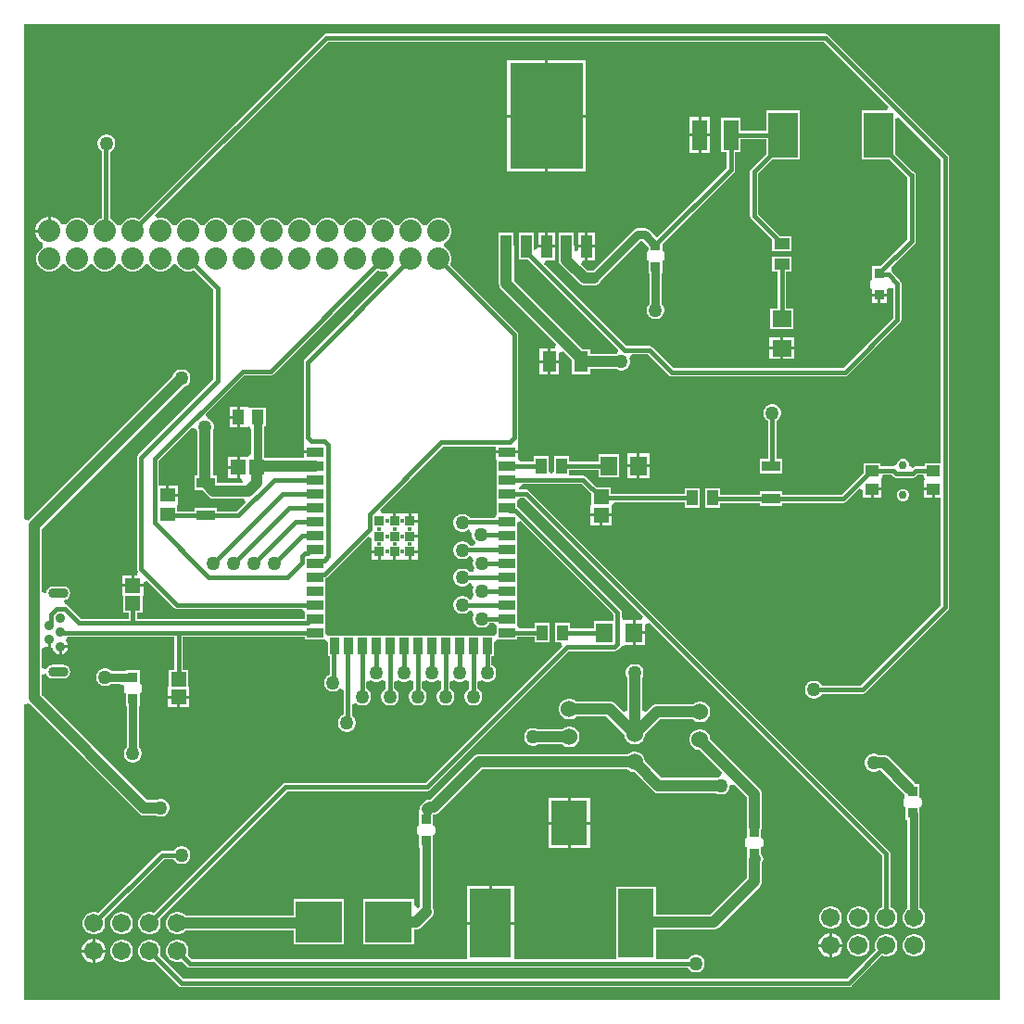
<source format=gtl>
G04*
G04 #@! TF.GenerationSoftware,Altium Limited,Altium Designer,25.3.3 (18)*
G04*
G04 Layer_Physical_Order=1*
G04 Layer_Color=255*
%FSLAX44Y44*%
%MOMM*%
G71*
G04*
G04 #@! TF.SameCoordinates,CF0063C5-59CE-4EC0-ACCE-DCAF0012FED6*
G04*
G04*
G04 #@! TF.FilePolarity,Positive*
G04*
G01*
G75*
%ADD17R,1.0668X1.3462*%
%ADD18R,4.2418X3.8100*%
%ADD19R,0.8890X0.9525*%
%ADD20R,3.3000X4.0600*%
%ADD21R,3.3000X6.3500*%
%ADD22R,3.8100X6.3500*%
%ADD23R,1.4500X1.3500*%
%ADD24R,1.7300X0.9700*%
%ADD25R,1.4500X1.1500*%
%ADD26R,1.3700X2.8100*%
%ADD27R,1.2900X1.9100*%
%ADD28R,2.7000X4.1000*%
%ADD29R,1.3500X1.4500*%
%ADD30R,0.9000X0.9000*%
%ADD31R,1.5000X0.9000*%
%ADD32R,0.9000X1.5000*%
%ADD33R,1.0000X1.4200*%
%ADD34R,1.0000X2.0500*%
%ADD35R,6.7000X9.7000*%
%ADD36R,1.4200X1.0000*%
%ADD37R,1.7500X1.5000*%
%ADD38R,1.5000X1.7500*%
%ADD39R,1.2000X1.0000*%
%ADD61C,1.7018*%
%ADD67C,0.7620*%
%ADD68C,1.0160*%
%ADD69C,0.3810*%
%ADD70C,1.5240*%
%ADD71C,2.0320*%
%ADD72C,0.4000*%
%ADD73C,0.9000*%
%ADD74O,1.8500X0.9000*%
%ADD75C,0.7500*%
%ADD76C,1.2700*%
G36*
X323052Y665786D02*
X326088Y664972D01*
X329232D01*
X330859Y665408D01*
X332832Y661992D01*
X256090Y585250D01*
X255276Y584032D01*
X254990Y582595D01*
Y513439D01*
X255276Y512002D01*
X255791Y511230D01*
X255650Y507420D01*
X255650D01*
Y501650D01*
X265690D01*
Y499110D01*
X255650D01*
Y494597D01*
X220618D01*
Y495438D01*
X218930D01*
Y523621D01*
X220345D01*
Y540639D01*
X206121D01*
X206121Y540639D01*
X203581Y541401D01*
X203581Y541401D01*
X202627Y541401D01*
X196977D01*
Y532130D01*
Y522859D01*
X203581D01*
Y522859D01*
X205778Y523518D01*
X207535Y520374D01*
Y498910D01*
X204880Y496200D01*
X196860D01*
Y486410D01*
Y476620D01*
X197678D01*
X199715Y472810D01*
X198998Y471737D01*
X175968D01*
Y478628D01*
X172017D01*
Y518965D01*
X172674Y520103D01*
X173228Y522170D01*
Y524310D01*
X172674Y526377D01*
X171604Y528231D01*
X170091Y529744D01*
X168237Y530814D01*
X167153Y531105D01*
X165961Y533773D01*
X165839Y535178D01*
X200725Y570065D01*
X224570D01*
X226007Y570351D01*
X227225Y571165D01*
X322287Y666227D01*
X323052Y665786D01*
D02*
G37*
G36*
X891540Y0D02*
X0D01*
Y269652D01*
X3810Y270945D01*
X3999Y270699D01*
X104329Y170369D01*
X105761Y169270D01*
X107430Y168578D01*
X109220Y168343D01*
X120185D01*
X121323Y167686D01*
X123390Y167132D01*
X125530D01*
X127597Y167686D01*
X129451Y168756D01*
X130964Y170269D01*
X132034Y172123D01*
X132588Y174190D01*
Y176330D01*
X132034Y178397D01*
X130964Y180251D01*
X129451Y181764D01*
X127597Y182834D01*
X125530Y183388D01*
X123390D01*
X121323Y182834D01*
X120185Y182177D01*
X112085D01*
X15807Y278455D01*
Y296639D01*
X19617Y297797D01*
X19996Y297230D01*
X20125Y297038D01*
X20313Y296756D01*
X21384Y295154D01*
X23461Y293766D01*
X25910Y293279D01*
X35410D01*
X37860Y293766D01*
X39936Y295154D01*
X41324Y297230D01*
X41811Y299680D01*
X41324Y302129D01*
X39936Y304206D01*
X37860Y305594D01*
X35410Y306081D01*
X25910D01*
X23461Y305594D01*
X21384Y304206D01*
X20313Y302604D01*
X19996Y302130D01*
X19617Y301563D01*
X15807Y302721D01*
Y320639D01*
X16591Y321402D01*
X19617Y322673D01*
X20143Y322370D01*
X21590Y321982D01*
Y328930D01*
X24130D01*
Y321825D01*
X25813Y321505D01*
X26300Y319713D01*
X27227Y318107D01*
X28537Y316797D01*
X30143Y315870D01*
X31590Y315482D01*
Y322430D01*
X32860D01*
Y323700D01*
X39808D01*
X39420Y325147D01*
X38493Y326753D01*
X38266Y326980D01*
X37498Y328278D01*
X39189Y331600D01*
X137215D01*
Y301258D01*
X131942D01*
Y285520D01*
X131180D01*
Y277500D01*
X150760D01*
Y285520D01*
X149998D01*
Y301258D01*
X144725D01*
Y331600D01*
X256412D01*
Y329002D01*
X273252D01*
X274968Y329002D01*
X277062Y326059D01*
Y313502D01*
X278885D01*
Y297156D01*
X278803Y297134D01*
X276949Y296064D01*
X275436Y294551D01*
X274366Y292697D01*
X273812Y290630D01*
Y288490D01*
X274366Y286423D01*
X275436Y284569D01*
X276949Y283056D01*
X278803Y281986D01*
X280870Y281432D01*
X283010D01*
X285077Y281986D01*
X286931Y283056D01*
X287775Y283900D01*
X290549Y283211D01*
X291585Y282542D01*
Y260326D01*
X291503Y260304D01*
X289649Y259234D01*
X288136Y257721D01*
X287066Y255867D01*
X286512Y253800D01*
Y251660D01*
X287066Y249593D01*
X288136Y247739D01*
X289649Y246226D01*
X291503Y245156D01*
X293570Y244602D01*
X295710D01*
X297777Y245156D01*
X299631Y246226D01*
X301144Y247739D01*
X302214Y249593D01*
X302768Y251660D01*
Y253800D01*
X302214Y255867D01*
X301144Y257721D01*
X299631Y259234D01*
X299095Y259543D01*
Y269743D01*
X299576Y270083D01*
X302905Y271070D01*
X303619Y270356D01*
X305473Y269286D01*
X307540Y268732D01*
X309680D01*
X311747Y269286D01*
X313601Y270356D01*
X315114Y271869D01*
X316184Y273723D01*
X316738Y275790D01*
Y277930D01*
X316184Y279997D01*
X315114Y281851D01*
X313601Y283364D01*
X312430Y284040D01*
Y290447D01*
X316240Y292025D01*
X316319Y291946D01*
X318173Y290876D01*
X320240Y290322D01*
X322380D01*
X324447Y290876D01*
X326301Y291946D01*
X326510Y292155D01*
X330320Y290577D01*
Y284115D01*
X329019Y283364D01*
X327506Y281851D01*
X326436Y279997D01*
X325882Y277930D01*
Y275790D01*
X326436Y273723D01*
X327506Y271869D01*
X329019Y270356D01*
X330873Y269286D01*
X332940Y268732D01*
X335080D01*
X337147Y269286D01*
X339001Y270356D01*
X340514Y271869D01*
X341584Y273723D01*
X342138Y275790D01*
Y277930D01*
X341584Y279997D01*
X340514Y281851D01*
X339001Y283364D01*
X337830Y284040D01*
Y290447D01*
X341640Y292025D01*
X341719Y291946D01*
X343573Y290876D01*
X345640Y290322D01*
X347780D01*
X349847Y290876D01*
X351701Y291946D01*
X351910Y292155D01*
X355720Y290577D01*
Y284115D01*
X354419Y283364D01*
X352906Y281851D01*
X351836Y279997D01*
X351282Y277930D01*
Y275790D01*
X351836Y273723D01*
X352906Y271869D01*
X354419Y270356D01*
X356273Y269286D01*
X358340Y268732D01*
X360480D01*
X362547Y269286D01*
X364401Y270356D01*
X365914Y271869D01*
X366984Y273723D01*
X367538Y275790D01*
Y277930D01*
X366984Y279997D01*
X365914Y281851D01*
X364401Y283364D01*
X363230Y284040D01*
Y290447D01*
X367040Y292025D01*
X367119Y291946D01*
X368973Y290876D01*
X371040Y290322D01*
X373180D01*
X375247Y290876D01*
X377101Y291946D01*
X377310Y292155D01*
X381120Y290577D01*
Y284115D01*
X379819Y283364D01*
X378306Y281851D01*
X377236Y279997D01*
X376682Y277930D01*
Y275790D01*
X377236Y273723D01*
X378306Y271869D01*
X379819Y270356D01*
X381673Y269286D01*
X383740Y268732D01*
X385880D01*
X387947Y269286D01*
X389801Y270356D01*
X391314Y271869D01*
X392384Y273723D01*
X392938Y275790D01*
Y277930D01*
X392384Y279997D01*
X391314Y281851D01*
X389801Y283364D01*
X388630Y284040D01*
Y290447D01*
X392440Y292025D01*
X392519Y291946D01*
X394373Y290876D01*
X396440Y290322D01*
X398580D01*
X400647Y290876D01*
X402501Y291946D01*
X402710Y292155D01*
X406520Y290577D01*
Y284115D01*
X405219Y283364D01*
X403706Y281851D01*
X402636Y279997D01*
X402082Y277930D01*
Y275790D01*
X402636Y273723D01*
X403706Y271869D01*
X405219Y270356D01*
X407073Y269286D01*
X409140Y268732D01*
X411280D01*
X413347Y269286D01*
X415201Y270356D01*
X416714Y271869D01*
X417784Y273723D01*
X418338Y275790D01*
Y277930D01*
X417784Y279997D01*
X416714Y281851D01*
X415201Y283364D01*
X414030Y284040D01*
Y290447D01*
X417840Y292025D01*
X417919Y291946D01*
X419773Y290876D01*
X421840Y290322D01*
X423980D01*
X426047Y290876D01*
X427901Y291946D01*
X429414Y293459D01*
X430484Y295313D01*
X431038Y297380D01*
Y299520D01*
X430484Y301587D01*
X429414Y303441D01*
X427901Y304954D01*
X426730Y305630D01*
Y313502D01*
X429318D01*
Y326059D01*
X431412Y329002D01*
X433128Y329002D01*
X449968D01*
Y331525D01*
X466472D01*
Y326402D01*
X480028D01*
Y344158D01*
X466472D01*
Y339035D01*
X452673D01*
X449968Y341702D01*
X449968Y345368D01*
X449968Y354258D01*
X449968Y358068D01*
X449968Y366958D01*
X449968Y370768D01*
X449968Y379658D01*
X449968Y383468D01*
X449968Y392358D01*
X449968Y396168D01*
X449968Y405058D01*
X449968Y408868D01*
X449968Y417758D01*
X449968Y421568D01*
Y430458D01*
X449968D01*
Y430602D01*
X449968D01*
Y435600D01*
X453488Y437058D01*
X538250Y352296D01*
Y345808D01*
X520782D01*
Y339035D01*
X498728D01*
Y344158D01*
X485172D01*
Y326402D01*
X489693D01*
X491271Y322592D01*
X366745Y198065D01*
X238760D01*
X237323Y197779D01*
X236105Y196965D01*
X118464Y79324D01*
X118271Y79436D01*
X115654Y80137D01*
X112946D01*
X110329Y79436D01*
X107984Y78082D01*
X106068Y76166D01*
X104714Y73821D01*
X104013Y71204D01*
Y68496D01*
X104714Y65879D01*
X106068Y63534D01*
X107984Y61618D01*
X110329Y60264D01*
X112946Y59563D01*
X115654D01*
X118271Y60264D01*
X120616Y61618D01*
X122532Y63534D01*
X123886Y65879D01*
X124587Y68496D01*
Y71204D01*
X123886Y73821D01*
X123774Y74014D01*
X240315Y190555D01*
X368300D01*
X369737Y190841D01*
X370955Y191655D01*
X497630Y318330D01*
X539401D01*
X540838Y318616D01*
X542057Y319430D01*
X544208Y321581D01*
X544978Y322240D01*
X546986Y323550D01*
X549210Y323990D01*
X555790D01*
Y335280D01*
Y346570D01*
X549570D01*
X547020Y346570D01*
X545760Y349858D01*
Y353851D01*
X545474Y355288D01*
X544660Y356507D01*
X451526Y449640D01*
X450308Y450454D01*
X449968Y450522D01*
X449968Y455858D01*
X452673Y458525D01*
X456915D01*
X565059Y350380D01*
X563481Y346570D01*
X558330D01*
Y336550D01*
X567100D01*
Y342951D01*
X570910Y344529D01*
X783645Y131795D01*
Y84574D01*
X783429Y84516D01*
X781084Y83162D01*
X779168Y81246D01*
X777814Y78901D01*
X777113Y76284D01*
Y73576D01*
X777814Y70959D01*
X779168Y68614D01*
X781084Y66698D01*
X783429Y65344D01*
X786046Y64643D01*
X788754D01*
X791371Y65344D01*
X793716Y66698D01*
X795632Y68614D01*
X796986Y70959D01*
X797687Y73576D01*
Y76284D01*
X796986Y78901D01*
X795632Y81246D01*
X793716Y83162D01*
X791371Y84516D01*
X791155Y84574D01*
Y133350D01*
X790869Y134787D01*
X790055Y136005D01*
X461125Y464935D01*
X459907Y465749D01*
X458470Y466035D01*
X452836D01*
X451974Y466976D01*
Y467772D01*
X455394Y471225D01*
X509115D01*
X518022Y462317D01*
Y451890D01*
X517260D01*
Y443870D01*
X527050D01*
X536840D01*
Y451890D01*
X539218Y454715D01*
X603632D01*
Y449592D01*
X617188D01*
Y467348D01*
X603632D01*
Y462225D01*
X536078D01*
Y467628D01*
X523333D01*
X513325Y477635D01*
X512107Y478449D01*
X510670Y478735D01*
X501240D01*
X497458Y478802D01*
X497458Y483925D01*
X524592D01*
Y477152D01*
X543148D01*
Y498208D01*
X524592D01*
Y491435D01*
X497458D01*
Y496558D01*
X483902D01*
Y482174D01*
X481330Y480562D01*
X478758Y482174D01*
Y496558D01*
X465202D01*
Y491435D01*
X453751D01*
X450730Y493340D01*
Y499110D01*
X430650D01*
Y493340D01*
X431412D01*
Y485068D01*
X431412Y481402D01*
X431412Y477592D01*
X431412Y468702D01*
X431412Y464892D01*
X431412Y456002D01*
X431412Y452192D01*
Y443302D01*
X431412Y443302D01*
X430185Y440000D01*
X406906D01*
X406567Y440588D01*
X405054Y442101D01*
X403200Y443171D01*
X401133Y443725D01*
X398993D01*
X396926Y443171D01*
X395073Y442101D01*
X393559Y440588D01*
X392489Y438734D01*
X391935Y436667D01*
Y434527D01*
X392489Y432459D01*
X393559Y430606D01*
X395073Y429093D01*
X396926Y428023D01*
X398993Y427469D01*
X401133D01*
X403200Y428023D01*
X405054Y429093D01*
X405500Y429539D01*
X406234Y429480D01*
X406359Y429422D01*
X409027Y425872D01*
Y423732D01*
X409581Y421665D01*
X410651Y419811D01*
X411841Y418622D01*
X411671Y417210D01*
X410583Y414812D01*
X407023D01*
X406554Y415624D01*
X405041Y417137D01*
X403187Y418207D01*
X401120Y418761D01*
X398980D01*
X396913Y418207D01*
X395059Y417137D01*
X393546Y415624D01*
X392476Y413771D01*
X391922Y411703D01*
Y409563D01*
X392476Y407496D01*
X393546Y405643D01*
X395059Y404129D01*
X396913Y403059D01*
X398980Y402505D01*
X401120D01*
X403187Y403059D01*
X405041Y404129D01*
X406215Y405303D01*
X407912Y405433D01*
X408187Y405195D01*
X409698Y402802D01*
X410095Y401316D01*
X409702Y399850D01*
Y397710D01*
X410256Y395643D01*
X411036Y394291D01*
X410173Y392130D01*
X409159Y390669D01*
X406584Y390596D01*
X406554Y390647D01*
X405041Y392161D01*
X403187Y393231D01*
X401120Y393785D01*
X398980D01*
X396913Y393231D01*
X395059Y392161D01*
X393546Y390647D01*
X392476Y388794D01*
X391922Y386727D01*
Y384587D01*
X392476Y382519D01*
X393546Y380666D01*
X395059Y379153D01*
X396913Y378083D01*
X398980Y377529D01*
X401120D01*
X403187Y378083D01*
X405041Y379153D01*
X406277Y380388D01*
X407805Y380472D01*
X408202Y380410D01*
X410214Y376597D01*
X410204Y376323D01*
X409702Y374450D01*
Y372310D01*
X410256Y370243D01*
X410500Y369820D01*
X408882Y366198D01*
X408548Y365898D01*
X406554Y365671D01*
X405041Y367184D01*
X403187Y368254D01*
X401120Y368808D01*
X398980D01*
X396913Y368254D01*
X395059Y367184D01*
X393546Y365671D01*
X392476Y363817D01*
X391922Y361750D01*
Y359610D01*
X392476Y357543D01*
X393546Y355689D01*
X395059Y354176D01*
X396913Y353106D01*
X398980Y352552D01*
X401120D01*
X403187Y353106D01*
X405041Y354176D01*
X406554Y355689D01*
X408548Y355462D01*
X408882Y355162D01*
X410500Y351540D01*
X410256Y351117D01*
X409702Y349050D01*
Y346910D01*
X410256Y344843D01*
X411326Y342989D01*
X412839Y341476D01*
X414693Y340406D01*
X416760Y339852D01*
X418900D01*
X420967Y340406D01*
X422821Y341476D01*
X424334Y342989D01*
X425047Y344225D01*
X428707D01*
X431412Y341558D01*
X431412Y337892D01*
Y335001D01*
X429318Y332058D01*
X427602Y332058D01*
X416762Y332058D01*
X412952Y332058D01*
X404062Y332058D01*
X400252Y332058D01*
X391362Y332058D01*
X387552Y332058D01*
X378662Y332058D01*
X374852Y332058D01*
X365962Y332058D01*
X362152Y332058D01*
X353262Y332058D01*
X349452Y332058D01*
X340562Y332058D01*
X336752Y332058D01*
X327862Y332058D01*
X324052Y332058D01*
X315162Y332058D01*
X311352Y332058D01*
X302462Y332058D01*
X298652Y332058D01*
X289762Y332058D01*
X285952Y332058D01*
X277062Y332058D01*
X274968Y335001D01*
Y341558D01*
X274968Y341558D01*
Y341702D01*
X274968D01*
X274968Y345368D01*
Y354258D01*
X274968D01*
Y354402D01*
X274968D01*
Y363292D01*
X274968Y366958D01*
X274968Y370768D01*
X274968Y379658D01*
X274968Y385138D01*
X275308Y385206D01*
X276527Y386020D01*
X313630Y423123D01*
X317150Y421665D01*
Y416140D01*
Y410450D01*
X324190D01*
Y409180D01*
X325460D01*
Y402140D01*
X336920D01*
Y409180D01*
X339460D01*
Y402140D01*
X350920D01*
Y409180D01*
X352190D01*
Y410450D01*
X359230D01*
Y416140D01*
Y421910D01*
X352190D01*
Y424450D01*
X359230D01*
Y430140D01*
Y435910D01*
X352190D01*
Y437180D01*
X350920D01*
Y444220D01*
X339460D01*
Y437180D01*
X336920D01*
Y444220D01*
X326232D01*
X324774Y447740D01*
X382604Y505570D01*
X430650D01*
Y501650D01*
X450730D01*
Y507420D01*
X450730Y507420D01*
X450589Y511230D01*
X451104Y512002D01*
X451390Y513439D01*
Y607735D01*
X451104Y609172D01*
X450290Y610390D01*
X389143Y671537D01*
X389585Y672302D01*
X390398Y675338D01*
Y678482D01*
X389585Y681518D01*
X388013Y684240D01*
X385790Y686463D01*
X384006Y687493D01*
X383631Y688970D01*
Y690250D01*
X384006Y691727D01*
X385790Y692757D01*
X388013Y694980D01*
X389585Y697702D01*
X390398Y700738D01*
Y703882D01*
X389585Y706918D01*
X388013Y709640D01*
X385790Y711863D01*
X383068Y713435D01*
X380032Y714248D01*
X376888D01*
X373852Y713435D01*
X371130Y711863D01*
X368907Y709640D01*
X367877Y707856D01*
X366400Y707481D01*
X365120D01*
X363643Y707856D01*
X362613Y709640D01*
X360390Y711863D01*
X357668Y713435D01*
X354632Y714248D01*
X351488D01*
X348452Y713435D01*
X345730Y711863D01*
X343507Y709640D01*
X342477Y707856D01*
X341000Y707481D01*
X339720D01*
X338243Y707856D01*
X337213Y709640D01*
X334990Y711863D01*
X332268Y713435D01*
X329232Y714248D01*
X326088D01*
X323052Y713435D01*
X320330Y711863D01*
X318107Y709640D01*
X317077Y707856D01*
X315600Y707481D01*
X314320D01*
X312843Y707856D01*
X311813Y709640D01*
X309590Y711863D01*
X306868Y713435D01*
X303832Y714248D01*
X300688D01*
X297652Y713435D01*
X294930Y711863D01*
X292707Y709640D01*
X291677Y707856D01*
X290200Y707481D01*
X288920D01*
X287443Y707856D01*
X286413Y709640D01*
X284190Y711863D01*
X281468Y713435D01*
X278432Y714248D01*
X275288D01*
X272252Y713435D01*
X269530Y711863D01*
X267307Y709640D01*
X266277Y707856D01*
X264800Y707481D01*
X263520D01*
X262043Y707856D01*
X261013Y709640D01*
X258790Y711863D01*
X256068Y713435D01*
X253032Y714248D01*
X249888D01*
X246852Y713435D01*
X244130Y711863D01*
X241907Y709640D01*
X240877Y707856D01*
X239400Y707481D01*
X238120D01*
X236643Y707856D01*
X235613Y709640D01*
X233390Y711863D01*
X230668Y713435D01*
X227632Y714248D01*
X224488D01*
X221452Y713435D01*
X218730Y711863D01*
X216507Y709640D01*
X215477Y707856D01*
X214000Y707481D01*
X212720D01*
X211243Y707856D01*
X210213Y709640D01*
X207990Y711863D01*
X205268Y713435D01*
X202232Y714248D01*
X199088D01*
X196052Y713435D01*
X193330Y711863D01*
X191107Y709640D01*
X190077Y707856D01*
X188600Y707481D01*
X187320D01*
X185843Y707856D01*
X184813Y709640D01*
X182590Y711863D01*
X179868Y713435D01*
X176832Y714248D01*
X173688D01*
X170652Y713435D01*
X167930Y711863D01*
X165707Y709640D01*
X164677Y707856D01*
X163200Y707481D01*
X161920D01*
X160443Y707856D01*
X159413Y709640D01*
X157190Y711863D01*
X154468Y713435D01*
X151432Y714248D01*
X148288D01*
X145252Y713435D01*
X142530Y711863D01*
X140307Y709640D01*
X139277Y707856D01*
X137800Y707481D01*
X136520D01*
X135043Y707856D01*
X134013Y709640D01*
X131790Y711863D01*
X129068Y713435D01*
X126032Y714248D01*
X122888D01*
X121261Y713812D01*
X119288Y717228D01*
X277145Y875085D01*
X730181D01*
X789528Y815738D01*
X788070Y812218D01*
X765072D01*
Y767662D01*
X790317D01*
X806813Y751166D01*
Y694712D01*
X781962Y669862D01*
X774827D01*
Y657958D01*
X774573D01*
X773879Y657820D01*
X773291Y657427D01*
X772898Y656839D01*
X772760Y656145D01*
Y651066D01*
X772898Y650372D01*
X773291Y649784D01*
X773879Y649391D01*
X774065Y649354D01*
Y645160D01*
X781050D01*
X788035D01*
Y648824D01*
X789165Y649825D01*
X791978Y650153D01*
X793027Y650071D01*
X793805Y649551D01*
Y622585D01*
X747971Y576752D01*
X593149D01*
X573782Y596119D01*
X572564Y596932D01*
X571127Y597218D01*
X549882D01*
X475071Y672030D01*
X476529Y675550D01*
X484540D01*
Y687070D01*
X477000D01*
X469460D01*
Y687015D01*
X465650Y684978D01*
X465478Y685093D01*
Y700368D01*
X451922D01*
Y676312D01*
X460167D01*
X542264Y594216D01*
X542215Y592431D01*
X541581Y590227D01*
X541244Y589847D01*
X516858D01*
Y594258D01*
X510184D01*
X447317Y657125D01*
Y688340D01*
X447178Y689397D01*
Y700368D01*
X433622D01*
Y689397D01*
X433483Y688340D01*
Y654260D01*
X433718Y652470D01*
X434409Y650801D01*
X435509Y649369D01*
X486048Y598830D01*
X484469Y595020D01*
X480700D01*
Y584200D01*
X488420D01*
Y591069D01*
X492230Y592648D01*
X500402Y584476D01*
Y571602D01*
X516858D01*
Y576013D01*
X540565D01*
X542156Y575094D01*
X544223Y574540D01*
X546363D01*
X548431Y575094D01*
X550284Y576164D01*
X551797Y577677D01*
X552868Y579531D01*
X553421Y581598D01*
Y583738D01*
X552868Y585806D01*
X552814Y585898D01*
X554909Y589708D01*
X569571D01*
X588938Y570341D01*
X590157Y569527D01*
X591594Y569241D01*
X749527D01*
X750964Y569527D01*
X752182Y570341D01*
X800215Y618375D01*
X801029Y619593D01*
X801315Y621030D01*
Y654304D01*
X801029Y655741D01*
X800215Y656959D01*
X792642Y664532D01*
X792027Y666680D01*
X792032Y669240D01*
X792073Y669351D01*
X813223Y690501D01*
X814037Y691720D01*
X814323Y693157D01*
Y753110D01*
X814037Y754547D01*
X813223Y755765D01*
X812054Y756547D01*
X795628Y772973D01*
Y804660D01*
X799148Y806118D01*
X837330Y767936D01*
Y490038D01*
X822862D01*
Y487015D01*
X814368D01*
X812931Y486729D01*
X811712Y485915D01*
X811645Y485847D01*
X809079Y487001D01*
X808168Y487759D01*
Y489610D01*
X807326Y491641D01*
X805771Y493196D01*
X803740Y494038D01*
X801540D01*
X799509Y493196D01*
X797954Y491641D01*
X797216Y489860D01*
X796929Y489446D01*
X793609Y487017D01*
X793592Y487015D01*
X782418D01*
Y490038D01*
X766862D01*
Y481793D01*
X746465Y461395D01*
X692418D01*
Y464268D01*
X671562D01*
Y461395D01*
X635888D01*
Y467348D01*
X622332D01*
Y449592D01*
X635888D01*
Y453885D01*
X671562D01*
Y451012D01*
X692418D01*
Y453885D01*
X748020D01*
X749457Y454171D01*
X750675Y454985D01*
X762580Y466889D01*
X766100Y465431D01*
Y458720D01*
X773370D01*
Y466260D01*
X774640D01*
Y467530D01*
X783180D01*
Y473800D01*
X783180Y473800D01*
X783180Y473800D01*
X782728Y475871D01*
X784515Y479505D01*
X792051D01*
X793896Y477660D01*
X795114Y476846D01*
X796551Y476560D01*
X811423D01*
X812860Y476846D01*
X814078Y477660D01*
X815923Y479505D01*
X820765D01*
X822638Y475695D01*
X822100Y473800D01*
X822100D01*
X822100Y472988D01*
Y467530D01*
X830640D01*
Y466260D01*
X831910D01*
Y458720D01*
X837330D01*
Y360041D01*
X764255Y286965D01*
X728577D01*
X727864Y288201D01*
X726351Y289714D01*
X724497Y290784D01*
X722430Y291338D01*
X720290D01*
X718223Y290784D01*
X716369Y289714D01*
X714856Y288201D01*
X713786Y286347D01*
X713232Y284280D01*
Y282140D01*
X713786Y280073D01*
X714856Y278219D01*
X716369Y276706D01*
X718223Y275636D01*
X720290Y275082D01*
X722430D01*
X724497Y275636D01*
X726351Y276706D01*
X727864Y278219D01*
X728577Y279455D01*
X765810D01*
X767247Y279741D01*
X768465Y280555D01*
X843740Y355830D01*
X844554Y357048D01*
X844840Y358485D01*
Y769491D01*
X844554Y770928D01*
X843740Y772147D01*
X734391Y881495D01*
X733173Y882309D01*
X731736Y882595D01*
X275590D01*
X274153Y882309D01*
X272935Y881495D01*
X104432Y712993D01*
X103668Y713435D01*
X100632Y714248D01*
X97488D01*
X94452Y713435D01*
X91730Y711863D01*
X89507Y709640D01*
X88477Y707856D01*
X87000Y707481D01*
X85720D01*
X84243Y707856D01*
X83213Y709640D01*
X80990Y711863D01*
X78268Y713435D01*
X78050Y713493D01*
Y774741D01*
X78067Y774746D01*
X79921Y775816D01*
X81434Y777329D01*
X82504Y779183D01*
X83058Y781250D01*
Y783390D01*
X82504Y785457D01*
X81434Y787311D01*
X79921Y788824D01*
X78067Y789894D01*
X76000Y790448D01*
X73860D01*
X71793Y789894D01*
X69939Y788824D01*
X68426Y787311D01*
X67356Y785457D01*
X66802Y783390D01*
Y781250D01*
X67356Y779183D01*
X68426Y777329D01*
X69939Y775816D01*
X70540Y775469D01*
Y713833D01*
X69052Y713435D01*
X66330Y711863D01*
X64107Y709640D01*
X63077Y707856D01*
X61600Y707481D01*
X60320D01*
X58843Y707856D01*
X57813Y709640D01*
X55590Y711863D01*
X52868Y713435D01*
X49832Y714248D01*
X46688D01*
X43652Y713435D01*
X40930Y711863D01*
X38707Y709640D01*
X38089Y708570D01*
X38014Y708540D01*
X33823Y708722D01*
X33022Y710108D01*
X30658Y712473D01*
X27762Y714145D01*
X24532Y715010D01*
X24130D01*
Y702310D01*
X22860D01*
Y701040D01*
X10160D01*
Y700638D01*
X11026Y697408D01*
X12697Y694512D01*
X15062Y692148D01*
X16448Y691347D01*
X16630Y687157D01*
X16600Y687081D01*
X15530Y686463D01*
X13307Y684240D01*
X11736Y681518D01*
X10922Y678482D01*
Y675338D01*
X11736Y672302D01*
X13307Y669580D01*
X15530Y667357D01*
X18252Y665786D01*
X21288Y664972D01*
X24432D01*
X27468Y665786D01*
X30190Y667357D01*
X32413Y669580D01*
X33443Y671364D01*
X34920Y671739D01*
X36200D01*
X37677Y671364D01*
X38707Y669580D01*
X40930Y667357D01*
X43652Y665786D01*
X46688Y664972D01*
X49832D01*
X52868Y665786D01*
X55590Y667357D01*
X57813Y669580D01*
X58843Y671364D01*
X60320Y671739D01*
X61600D01*
X63077Y671364D01*
X64107Y669580D01*
X66330Y667357D01*
X69052Y665786D01*
X72088Y664972D01*
X75232D01*
X78268Y665786D01*
X80990Y667357D01*
X83213Y669580D01*
X84243Y671364D01*
X85720Y671739D01*
X87000D01*
X88477Y671364D01*
X89507Y669580D01*
X91730Y667357D01*
X94452Y665786D01*
X97488Y664972D01*
X100632D01*
X103668Y665786D01*
X106390Y667357D01*
X108613Y669580D01*
X109643Y671364D01*
X111120Y671739D01*
X112400D01*
X113877Y671364D01*
X114907Y669580D01*
X117130Y667357D01*
X119852Y665786D01*
X122888Y664972D01*
X126032D01*
X129068Y665786D01*
X131790Y667357D01*
X134013Y669580D01*
X135043Y671364D01*
X136520Y671739D01*
X137800D01*
X139277Y671364D01*
X140307Y669580D01*
X142530Y667357D01*
X145252Y665786D01*
X148288Y664972D01*
X151432D01*
X154468Y665786D01*
X155232Y666227D01*
X172775Y648685D01*
Y566705D01*
X104025Y497955D01*
X103211Y496737D01*
X102925Y495300D01*
Y393700D01*
X103211Y392263D01*
X103687Y391550D01*
X102635Y387740D01*
X100330D01*
Y379720D01*
X108850D01*
Y381241D01*
X112370Y382699D01*
X137045Y358025D01*
X138263Y357211D01*
X139700Y356925D01*
X253707D01*
X256412Y354258D01*
Y347980D01*
X102815D01*
Y353422D01*
X108088D01*
Y369160D01*
X108850D01*
Y377180D01*
X99060D01*
X89270D01*
Y369160D01*
X90032D01*
Y353422D01*
X95305D01*
Y347980D01*
X51271D01*
X39220Y360030D01*
X38002Y360844D01*
X36565Y361130D01*
X36220Y364940D01*
X37860Y365266D01*
X39936Y366654D01*
X41324Y368731D01*
X41811Y371180D01*
X41324Y373630D01*
X39936Y375706D01*
X37860Y377094D01*
X35410Y377581D01*
X25910D01*
X23461Y377094D01*
X21384Y375706D01*
X19996Y373630D01*
X19617Y371724D01*
X15807Y372099D01*
Y430205D01*
X145378Y559776D01*
X146647Y560116D01*
X148501Y561186D01*
X150014Y562699D01*
X151084Y564553D01*
X151638Y566620D01*
Y568760D01*
X151084Y570827D01*
X150014Y572681D01*
X148501Y574194D01*
X146647Y575264D01*
X144580Y575818D01*
X142440D01*
X140373Y575264D01*
X138519Y574194D01*
X137006Y572681D01*
X135936Y570827D01*
X135596Y569558D01*
X3999Y437961D01*
X3810Y437715D01*
X0Y439008D01*
Y891540D01*
X891540D01*
Y0D01*
D02*
G37*
G36*
X154566Y522379D02*
X157235Y521187D01*
X157526Y520103D01*
X158183Y518965D01*
Y478628D01*
X155112D01*
Y465372D01*
X162386D01*
X167829Y459929D01*
X169261Y458829D01*
X170930Y458139D01*
X172720Y457903D01*
X200324D01*
X201903Y454093D01*
X193965Y446155D01*
X175968D01*
Y449028D01*
X155112D01*
Y446155D01*
X139838D01*
Y450648D01*
X139838Y450648D01*
X140600Y452830D01*
X140600D01*
X140600Y454142D01*
Y459850D01*
X130810D01*
Y461120D01*
X129540D01*
Y469410D01*
X122870D01*
Y492210D01*
X153162Y522501D01*
X154566Y522379D01*
D02*
G37*
%LPC*%
G36*
X194437Y541401D02*
X187833D01*
Y533400D01*
X194437D01*
Y541401D01*
D02*
G37*
G36*
Y530860D02*
X187833D01*
Y522859D01*
X194437D01*
Y530860D01*
D02*
G37*
G36*
X194320Y496200D02*
X186300D01*
Y487680D01*
X194320D01*
Y496200D01*
D02*
G37*
G36*
Y485140D02*
X186300D01*
Y476620D01*
X194320D01*
Y485140D01*
D02*
G37*
G36*
X513040Y858380D02*
X478270D01*
Y808610D01*
X513040D01*
Y858380D01*
D02*
G37*
G36*
X475730D02*
X440960D01*
Y808610D01*
X475730D01*
Y858380D01*
D02*
G37*
G36*
X708128Y812218D02*
X677572D01*
Y793695D01*
X654018D01*
Y805768D01*
X636762D01*
Y774112D01*
X641635D01*
Y759848D01*
X577795Y696008D01*
X570843Y702960D01*
X568994Y704195D01*
X566814Y704629D01*
X560501D01*
X558321Y704195D01*
X556473Y702960D01*
X519560Y666047D01*
X514675D01*
X508982Y671740D01*
X510560Y675550D01*
X512330D01*
Y687070D01*
X506060D01*
Y684597D01*
X502250Y682561D01*
X502217Y682583D01*
Y688340D01*
X502078Y689397D01*
Y700368D01*
X488522D01*
Y689397D01*
X488383Y688340D01*
Y675640D01*
X488619Y673850D01*
X489310Y672181D01*
X490409Y670749D01*
X506919Y654239D01*
X508351Y653139D01*
X510020Y652449D01*
X511810Y652213D01*
X520700D01*
X522490Y652449D01*
X524159Y653139D01*
X525591Y654239D01*
X526690Y655671D01*
X527382Y657340D01*
X527444Y657817D01*
X562861Y693234D01*
X564454D01*
X570083Y687605D01*
X570093Y685639D01*
X569815Y683745D01*
X569409Y683665D01*
X568821Y683272D01*
X568428Y682684D01*
X568290Y681990D01*
Y676910D01*
X568428Y676216D01*
X568821Y675628D01*
X569409Y675235D01*
X570103Y675097D01*
X570357D01*
Y663194D01*
X570882D01*
Y635717D01*
X570076Y634911D01*
X569006Y633057D01*
X568452Y630990D01*
Y628850D01*
X569006Y626783D01*
X570076Y624929D01*
X571589Y623416D01*
X573443Y622346D01*
X575510Y621792D01*
X577650D01*
X579717Y622346D01*
X581571Y623416D01*
X583084Y624929D01*
X584154Y626783D01*
X584708Y628850D01*
Y630990D01*
X584154Y633057D01*
X583084Y634911D01*
X582277Y635717D01*
Y663194D01*
X582803D01*
Y675097D01*
X583057D01*
X583751Y675235D01*
X584339Y675628D01*
X584732Y676216D01*
X584870Y676910D01*
Y681990D01*
X584732Y682684D01*
X584339Y683272D01*
X583751Y683665D01*
X583057Y683803D01*
X582803D01*
Y690395D01*
X648045Y755638D01*
X648859Y756856D01*
X649145Y758293D01*
Y774112D01*
X654018D01*
Y786185D01*
X677572D01*
Y772973D01*
X664095Y759495D01*
X663281Y758277D01*
X662995Y756840D01*
Y715930D01*
X663281Y714493D01*
X664095Y713275D01*
X683200Y694170D01*
Y693625D01*
X683272Y693262D01*
Y683752D01*
X701028D01*
Y697308D01*
X690327D01*
X689610Y698380D01*
X670505Y717485D01*
Y755285D01*
X682883Y767662D01*
X708128D01*
Y812218D01*
D02*
G37*
G36*
X626380Y806530D02*
X618260D01*
Y791210D01*
X626380D01*
Y806530D01*
D02*
G37*
G36*
X615720D02*
X607600D01*
Y791210D01*
X615720D01*
Y806530D01*
D02*
G37*
G36*
X626380Y788670D02*
X618260D01*
Y773350D01*
X626380D01*
Y788670D01*
D02*
G37*
G36*
X615720D02*
X607600D01*
Y773350D01*
X615720D01*
Y788670D01*
D02*
G37*
G36*
X513040Y806070D02*
X478270D01*
Y756300D01*
X513040D01*
Y806070D01*
D02*
G37*
G36*
X475730D02*
X440960D01*
Y756300D01*
X475730D01*
Y806070D01*
D02*
G37*
G36*
X21590Y715010D02*
X21188D01*
X17958Y714145D01*
X15062Y712473D01*
X12697Y710108D01*
X11026Y707212D01*
X10160Y703982D01*
Y703580D01*
X21590D01*
Y715010D01*
D02*
G37*
G36*
X484540Y701130D02*
X478270D01*
Y689610D01*
X484540D01*
Y701130D01*
D02*
G37*
G36*
X521140D02*
X514870D01*
Y689610D01*
X521140D01*
Y701130D01*
D02*
G37*
G36*
X512330D02*
X506060D01*
Y689610D01*
X512330D01*
Y701130D01*
D02*
G37*
G36*
X475730D02*
X469460D01*
Y689610D01*
X475730D01*
Y701130D01*
D02*
G37*
G36*
X521140Y687070D02*
X514870D01*
Y675550D01*
X521140D01*
Y687070D01*
D02*
G37*
G36*
X788035Y642620D02*
X782320D01*
Y636587D01*
X788035D01*
Y642620D01*
D02*
G37*
G36*
X779780D02*
X774065D01*
Y636587D01*
X779780D01*
Y642620D01*
D02*
G37*
G36*
X701028Y678608D02*
X683272D01*
Y665052D01*
X688395D01*
Y631578D01*
X681622D01*
Y613022D01*
X702678D01*
Y631578D01*
X695905D01*
Y665052D01*
X701028D01*
Y678608D01*
D02*
G37*
G36*
X703440Y605340D02*
X693420D01*
Y596570D01*
X703440D01*
Y605340D01*
D02*
G37*
G36*
X690880D02*
X680860D01*
Y596570D01*
X690880D01*
Y605340D01*
D02*
G37*
G36*
X703440Y594030D02*
X693420D01*
Y585260D01*
X703440D01*
Y594030D01*
D02*
G37*
G36*
X690880D02*
X680860D01*
Y585260D01*
X690880D01*
Y594030D01*
D02*
G37*
G36*
X478160Y595020D02*
X470440D01*
Y584200D01*
X478160D01*
Y595020D01*
D02*
G37*
G36*
X488420Y581660D02*
X480700D01*
Y570840D01*
X488420D01*
Y581660D01*
D02*
G37*
G36*
X478160D02*
X470440D01*
Y570840D01*
X478160D01*
Y581660D01*
D02*
G37*
G36*
X570910Y498970D02*
X562140D01*
Y488950D01*
X570910D01*
Y498970D01*
D02*
G37*
G36*
X559600D02*
X550830D01*
Y488950D01*
X559600D01*
Y498970D01*
D02*
G37*
G36*
X684330Y544068D02*
X682190D01*
X680123Y543514D01*
X678269Y542444D01*
X676756Y540931D01*
X675686Y539077D01*
X675132Y537010D01*
Y534870D01*
X675686Y532803D01*
X676756Y530949D01*
X678269Y529436D01*
X679505Y528723D01*
Y493868D01*
X671562D01*
Y480612D01*
X692418D01*
Y493868D01*
X687015D01*
Y528723D01*
X688251Y529436D01*
X689764Y530949D01*
X690834Y532803D01*
X691388Y534870D01*
Y537010D01*
X690834Y539077D01*
X689764Y540931D01*
X688251Y542444D01*
X686397Y543514D01*
X684330Y544068D01*
D02*
G37*
G36*
X570910Y486410D02*
X562140D01*
Y476390D01*
X570910D01*
Y486410D01*
D02*
G37*
G36*
X559600D02*
X550830D01*
Y476390D01*
X559600D01*
Y486410D01*
D02*
G37*
G36*
X829370Y464990D02*
X822100D01*
Y458720D01*
X829370D01*
Y464990D01*
D02*
G37*
G36*
X783180D02*
X775910D01*
Y458720D01*
X783180D01*
Y464990D01*
D02*
G37*
G36*
X803740Y466538D02*
X801540D01*
X799509Y465696D01*
X797954Y464141D01*
X797112Y462110D01*
Y459910D01*
X797954Y457879D01*
X799509Y456324D01*
X801540Y455482D01*
X803740D01*
X805771Y456324D01*
X807326Y457879D01*
X808168Y459910D01*
Y462110D01*
X807326Y464141D01*
X805771Y465696D01*
X803740Y466538D01*
D02*
G37*
G36*
X359230Y444220D02*
X353460D01*
Y438450D01*
X359230D01*
Y444220D01*
D02*
G37*
G36*
X536840Y441330D02*
X528320D01*
Y433310D01*
X536840D01*
Y441330D01*
D02*
G37*
G36*
X525780D02*
X517260D01*
Y433310D01*
X525780D01*
Y441330D01*
D02*
G37*
G36*
X359230Y407910D02*
X353460D01*
Y402140D01*
X359230D01*
Y407910D01*
D02*
G37*
G36*
X322920D02*
X317150D01*
Y402140D01*
X322920D01*
Y407910D01*
D02*
G37*
G36*
X97790Y387740D02*
X89270D01*
Y379720D01*
X97790D01*
Y387740D01*
D02*
G37*
G36*
X567100Y334010D02*
X558330D01*
Y323990D01*
X567100D01*
Y334010D01*
D02*
G37*
G36*
X39808Y321160D02*
X34130D01*
Y315482D01*
X35577Y315870D01*
X37183Y316797D01*
X38493Y318107D01*
X39420Y319713D01*
X39808Y321160D01*
D02*
G37*
G36*
X150760Y274960D02*
X142240D01*
Y266940D01*
X150760D01*
Y274960D01*
D02*
G37*
G36*
X139700D02*
X131180D01*
Y266940D01*
X139700D01*
Y274960D01*
D02*
G37*
G36*
X558600Y306578D02*
X556460D01*
X554393Y306024D01*
X552539Y304954D01*
X551026Y303441D01*
X549956Y301587D01*
X549402Y299520D01*
Y297380D01*
X549956Y295313D01*
X550613Y294175D01*
Y264248D01*
X547093Y262789D01*
X539561Y270321D01*
X538129Y271420D01*
X536460Y272111D01*
X534670Y272347D01*
X504214D01*
X503610Y272950D01*
X501468Y274188D01*
X499077Y274828D01*
X496603D01*
X494212Y274188D01*
X492070Y272950D01*
X490320Y271201D01*
X489082Y269058D01*
X488442Y266667D01*
Y264193D01*
X489082Y261803D01*
X490320Y259660D01*
X492070Y257910D01*
X494212Y256672D01*
X496603Y256032D01*
X499077D01*
X501468Y256672D01*
X503610Y257910D01*
X504214Y258513D01*
X531805D01*
X548132Y242186D01*
Y241333D01*
X548773Y238943D01*
X550010Y236800D01*
X551759Y235050D01*
X553903Y233813D01*
X556293Y233172D01*
X558767D01*
X561157Y233813D01*
X563301Y235050D01*
X565050Y236800D01*
X566287Y238943D01*
X566928Y241333D01*
Y242186D01*
X580715Y255973D01*
X610846D01*
X611450Y255370D01*
X613592Y254132D01*
X615983Y253492D01*
X618457D01*
X620848Y254132D01*
X622990Y255370D01*
X624740Y257120D01*
X625978Y259263D01*
X626618Y261653D01*
Y264127D01*
X625978Y266518D01*
X624740Y268661D01*
X622990Y270410D01*
X620848Y271647D01*
X618457Y272288D01*
X615983D01*
X613592Y271647D01*
X611450Y270410D01*
X610846Y269807D01*
X577850D01*
X576060Y269571D01*
X574391Y268881D01*
X572959Y267781D01*
X567967Y262789D01*
X564447Y264248D01*
Y294175D01*
X565104Y295313D01*
X565658Y297380D01*
Y299520D01*
X565104Y301587D01*
X564034Y303441D01*
X562521Y304954D01*
X560667Y306024D01*
X558600Y306578D01*
D02*
G37*
G36*
X499077Y249428D02*
X496603D01*
X494212Y248787D01*
X492070Y247550D01*
X491466Y246947D01*
X469095D01*
X467957Y247604D01*
X465890Y248158D01*
X463750D01*
X461683Y247604D01*
X459829Y246534D01*
X458316Y245021D01*
X457246Y243167D01*
X456692Y241100D01*
Y238960D01*
X457246Y236893D01*
X458316Y235039D01*
X459829Y233526D01*
X461683Y232456D01*
X463750Y231902D01*
X465890D01*
X467957Y232456D01*
X469095Y233113D01*
X491466D01*
X492070Y232510D01*
X494212Y231273D01*
X496603Y230632D01*
X499077D01*
X501468Y231273D01*
X503610Y232510D01*
X505360Y234259D01*
X506598Y236402D01*
X507238Y238793D01*
Y241267D01*
X506598Y243657D01*
X505360Y245800D01*
X503610Y247550D01*
X501468Y248787D01*
X499077Y249428D01*
D02*
G37*
G36*
X74730Y302768D02*
X72590D01*
X70523Y302214D01*
X68669Y301144D01*
X67156Y299631D01*
X66086Y297777D01*
X65532Y295710D01*
Y293570D01*
X66086Y291503D01*
X67156Y289649D01*
X68669Y288136D01*
X70523Y287066D01*
X72590Y286512D01*
X74730D01*
X76797Y287066D01*
X78651Y288136D01*
X79013Y288498D01*
X87199D01*
X90770Y287020D01*
Y281940D01*
X90908Y281246D01*
X91301Y280658D01*
X91889Y280265D01*
X92583Y280127D01*
X92837D01*
Y268224D01*
X93363D01*
Y230587D01*
X92556Y229781D01*
X91486Y227927D01*
X90932Y225860D01*
Y223720D01*
X91486Y221653D01*
X92556Y219799D01*
X94069Y218286D01*
X95923Y217216D01*
X97990Y216662D01*
X100130D01*
X102197Y217216D01*
X104051Y218286D01*
X105564Y219799D01*
X106634Y221653D01*
X107188Y223720D01*
Y225860D01*
X106634Y227927D01*
X105564Y229781D01*
X104757Y230587D01*
Y268224D01*
X105283D01*
Y280127D01*
X105537D01*
X106231Y280265D01*
X106819Y280658D01*
X107212Y281246D01*
X107350Y281940D01*
Y287020D01*
X107212Y287714D01*
X106819Y288302D01*
X106231Y288695D01*
X105537Y288833D01*
X105283D01*
Y300736D01*
X92837D01*
Y299893D01*
X79902D01*
X78651Y301144D01*
X76797Y302214D01*
X74730Y302768D01*
D02*
G37*
G36*
X618457Y246888D02*
X615983D01*
X613592Y246248D01*
X611450Y245010D01*
X609700Y243260D01*
X608462Y241117D01*
X607822Y238727D01*
Y236253D01*
X608462Y233862D01*
X609700Y231719D01*
X611450Y229970D01*
X613592Y228732D01*
X615983Y228092D01*
X616836D01*
X637459Y207469D01*
X635831Y203708D01*
X635200D01*
X633133Y203154D01*
X631995Y202497D01*
X581985D01*
X566928Y217554D01*
Y218407D01*
X566287Y220798D01*
X565050Y222941D01*
X563301Y224690D01*
X561157Y225928D01*
X558767Y226568D01*
X556293D01*
X553903Y225928D01*
X551759Y224690D01*
X551156Y224087D01*
X415417D01*
X413627Y223852D01*
X411958Y223160D01*
X410526Y222061D01*
X371277Y182812D01*
X370205D01*
X368415Y182577D01*
X366746Y181886D01*
X365314Y180786D01*
X363409Y178881D01*
X362309Y177449D01*
X361618Y175780D01*
X361480Y174727D01*
X360807Y171196D01*
X360807D01*
Y159293D01*
X360553D01*
X359859Y159155D01*
X359271Y158762D01*
X358878Y158174D01*
X358740Y157480D01*
Y152400D01*
X358878Y151706D01*
X359271Y151118D01*
X359859Y150725D01*
X360553Y150587D01*
X360807D01*
Y138684D01*
X361333D01*
Y85156D01*
X359664Y83858D01*
X355854Y85722D01*
Y91948D01*
X309880D01*
Y50292D01*
X355854D01*
Y64203D01*
X358140D01*
X359930Y64439D01*
X361599Y65129D01*
X363031Y66229D01*
X371921Y75119D01*
X373021Y76551D01*
X373712Y78220D01*
X373947Y80010D01*
X373712Y81800D01*
X373021Y83469D01*
X372728Y83850D01*
Y138684D01*
X373253D01*
Y150587D01*
X373507D01*
X374201Y150725D01*
X374789Y151118D01*
X375182Y151706D01*
X375320Y152400D01*
Y157480D01*
X375182Y158174D01*
X374789Y158762D01*
X374201Y159155D01*
X373507Y159293D01*
X373253D01*
Y168305D01*
X373348Y168978D01*
X374142D01*
X375932Y169214D01*
X377601Y169904D01*
X379033Y171004D01*
X418282Y210253D01*
X551156D01*
X551759Y209650D01*
X553903Y208412D01*
X556293Y207772D01*
X557146D01*
X574229Y190689D01*
X575661Y189590D01*
X577330Y188899D01*
X579120Y188663D01*
X631995D01*
X633133Y188006D01*
X635200Y187452D01*
X637340D01*
X639407Y188006D01*
X641261Y189076D01*
X642774Y190589D01*
X643844Y192443D01*
X644398Y194510D01*
Y195142D01*
X648159Y196769D01*
X659833Y185095D01*
Y158306D01*
X660069Y156515D01*
X660527Y155408D01*
Y147863D01*
X660273D01*
X659579Y147725D01*
X658991Y147332D01*
X658598Y146744D01*
X658460Y146050D01*
Y140970D01*
X658598Y140276D01*
X658991Y139688D01*
X659579Y139295D01*
X660273Y139157D01*
X660527D01*
Y129504D01*
X660346Y129068D01*
X660111Y127278D01*
Y111093D01*
X626578Y77561D01*
X577078D01*
Y103378D01*
X540522D01*
Y36775D01*
X447490D01*
Y68580D01*
X404310D01*
Y36775D01*
X152685D01*
X149174Y40286D01*
X149286Y40479D01*
X149987Y43096D01*
Y45804D01*
X149286Y48421D01*
X147932Y50766D01*
X146016Y52682D01*
X143671Y54036D01*
X141054Y54737D01*
X138346D01*
X135729Y54036D01*
X133384Y52682D01*
X131468Y50766D01*
X130114Y48421D01*
X129413Y45804D01*
Y43096D01*
X130114Y40479D01*
X131468Y38134D01*
X133384Y36218D01*
X135729Y34864D01*
X138346Y34163D01*
X141054D01*
X143671Y34864D01*
X143864Y34976D01*
X148475Y30365D01*
X149693Y29551D01*
X151130Y29265D01*
X606193D01*
X606906Y28029D01*
X608419Y26516D01*
X610273Y25446D01*
X612340Y24892D01*
X614480D01*
X616547Y25446D01*
X618401Y26516D01*
X619914Y28029D01*
X620984Y29883D01*
X621538Y31950D01*
Y34090D01*
X620984Y36157D01*
X619914Y38011D01*
X618401Y39524D01*
X616547Y40594D01*
X614480Y41148D01*
X612340D01*
X610273Y40594D01*
X608419Y39524D01*
X606906Y38011D01*
X606193Y36775D01*
X577078D01*
Y63726D01*
X629443D01*
X631234Y63962D01*
X632902Y64653D01*
X634335Y65752D01*
X671919Y103337D01*
X673018Y104769D01*
X673709Y106438D01*
X673945Y108228D01*
Y124726D01*
X674010Y124811D01*
X674702Y126480D01*
X674937Y128270D01*
X674702Y130060D01*
X674010Y131729D01*
X672973Y133081D01*
Y139157D01*
X673227D01*
X673921Y139295D01*
X674509Y139688D01*
X674902Y140276D01*
X675040Y140970D01*
Y146050D01*
X674902Y146744D01*
X674509Y147332D01*
X673921Y147725D01*
X673227Y147863D01*
X672973D01*
Y155408D01*
X673431Y156515D01*
X673667Y158306D01*
Y187960D01*
X673431Y189750D01*
X672740Y191419D01*
X671641Y192851D01*
X626618Y237874D01*
Y238727D01*
X625978Y241117D01*
X624740Y243260D01*
X622990Y245010D01*
X620848Y246248D01*
X618457Y246888D01*
D02*
G37*
G36*
X516840Y184090D02*
X499070D01*
Y162520D01*
X516840D01*
Y184090D01*
D02*
G37*
G36*
X496530D02*
X478760D01*
Y162520D01*
X496530D01*
Y184090D01*
D02*
G37*
G36*
X516840Y159980D02*
X499070D01*
Y138410D01*
X516840D01*
Y159980D01*
D02*
G37*
G36*
X496530D02*
X478760D01*
Y138410D01*
X496530D01*
Y159980D01*
D02*
G37*
G36*
X144580Y140208D02*
X142440D01*
X140373Y139654D01*
X138519Y138584D01*
X137006Y137071D01*
X136293Y135835D01*
X125730D01*
X124293Y135549D01*
X123075Y134735D01*
X67664Y79324D01*
X67471Y79436D01*
X64854Y80137D01*
X62146D01*
X59529Y79436D01*
X57184Y78082D01*
X55268Y76166D01*
X53914Y73821D01*
X53213Y71204D01*
Y68496D01*
X53914Y65879D01*
X55268Y63534D01*
X57184Y61618D01*
X59529Y60264D01*
X62146Y59563D01*
X64854D01*
X67471Y60264D01*
X69816Y61618D01*
X71732Y63534D01*
X73086Y65879D01*
X73787Y68496D01*
Y71204D01*
X73086Y73821D01*
X72974Y74014D01*
X127285Y128325D01*
X136293D01*
X137006Y127089D01*
X138519Y125576D01*
X140373Y124506D01*
X142440Y123952D01*
X144580D01*
X146647Y124506D01*
X148501Y125576D01*
X150014Y127089D01*
X151084Y128943D01*
X151638Y131010D01*
Y133150D01*
X151084Y135217D01*
X150014Y137071D01*
X148501Y138584D01*
X146647Y139654D01*
X144580Y140208D01*
D02*
G37*
G36*
X292100Y91948D02*
X246126D01*
Y76767D01*
X147331D01*
X146016Y78082D01*
X143671Y79436D01*
X141054Y80137D01*
X138346D01*
X135729Y79436D01*
X133384Y78082D01*
X131468Y76166D01*
X130114Y73821D01*
X129413Y71204D01*
Y68496D01*
X130114Y65879D01*
X131468Y63534D01*
X133384Y61618D01*
X135729Y60264D01*
X138346Y59563D01*
X141054D01*
X143671Y60264D01*
X146016Y61618D01*
X147331Y62933D01*
X246126D01*
Y50292D01*
X292100D01*
Y91948D01*
D02*
G37*
G36*
X447490Y104140D02*
X427170D01*
Y71120D01*
X447490D01*
Y104140D01*
D02*
G37*
G36*
X424630D02*
X404310D01*
Y71120D01*
X424630D01*
Y104140D01*
D02*
G37*
G36*
X777040Y224663D02*
X774900D01*
X772833Y224109D01*
X770979Y223039D01*
X769466Y221526D01*
X768396Y219672D01*
X767842Y217605D01*
Y215465D01*
X768396Y213398D01*
X769466Y211544D01*
X770979Y210031D01*
X772833Y208961D01*
X774900Y208407D01*
X777040D01*
X779107Y208961D01*
X779932Y209437D01*
X782366D01*
X803553Y188250D01*
X803779Y187214D01*
X803771Y184269D01*
X803461Y183697D01*
X803378Y183574D01*
X803240Y182880D01*
Y177800D01*
X803378Y177106D01*
X803771Y176518D01*
X804359Y176125D01*
X805053Y175987D01*
X805307D01*
Y164084D01*
X806468D01*
Y83146D01*
X804568Y81246D01*
X803214Y78901D01*
X802513Y76284D01*
Y73576D01*
X803214Y70959D01*
X804568Y68614D01*
X806484Y66698D01*
X808829Y65344D01*
X811446Y64643D01*
X814154D01*
X816771Y65344D01*
X819116Y66698D01*
X821032Y68614D01*
X822386Y70959D01*
X823087Y73576D01*
Y76284D01*
X822386Y78901D01*
X821032Y81246D01*
X819116Y83162D01*
X817862Y83886D01*
Y169989D01*
X817753Y170540D01*
Y175987D01*
X818007D01*
X818701Y176125D01*
X819289Y176518D01*
X819682Y177106D01*
X819820Y177800D01*
Y182880D01*
X819682Y183574D01*
X819289Y184162D01*
X818701Y184555D01*
X818007Y184693D01*
X817753D01*
Y196596D01*
X814491D01*
X813564Y197804D01*
X790123Y221245D01*
X788690Y222344D01*
X787022Y223036D01*
X785231Y223271D01*
X780559D01*
X779107Y224109D01*
X777040Y224663D01*
D02*
G37*
G36*
X763354Y85217D02*
X760646D01*
X758029Y84516D01*
X755684Y83162D01*
X753768Y81246D01*
X752414Y78901D01*
X751713Y76284D01*
Y73576D01*
X752414Y70959D01*
X753768Y68614D01*
X755684Y66698D01*
X758029Y65344D01*
X760646Y64643D01*
X763354D01*
X765971Y65344D01*
X768316Y66698D01*
X770232Y68614D01*
X771586Y70959D01*
X772287Y73576D01*
Y76284D01*
X771586Y78901D01*
X770232Y81246D01*
X768316Y83162D01*
X765971Y84516D01*
X763354Y85217D01*
D02*
G37*
G36*
X737954D02*
X735246D01*
X732629Y84516D01*
X730284Y83162D01*
X728368Y81246D01*
X727014Y78901D01*
X726313Y76284D01*
Y73576D01*
X727014Y70959D01*
X728368Y68614D01*
X730284Y66698D01*
X732629Y65344D01*
X735246Y64643D01*
X737954D01*
X740571Y65344D01*
X742916Y66698D01*
X744832Y68614D01*
X746186Y70959D01*
X746887Y73576D01*
Y76284D01*
X746186Y78901D01*
X744832Y81246D01*
X742916Y83162D01*
X740571Y84516D01*
X737954Y85217D01*
D02*
G37*
G36*
X90254Y80137D02*
X87546D01*
X84929Y79436D01*
X82584Y78082D01*
X80668Y76166D01*
X79314Y73821D01*
X78613Y71204D01*
Y68496D01*
X79314Y65879D01*
X80668Y63534D01*
X82584Y61618D01*
X84929Y60264D01*
X87546Y59563D01*
X90254D01*
X92871Y60264D01*
X95216Y61618D01*
X97132Y63534D01*
X98486Y65879D01*
X99187Y68496D01*
Y71204D01*
X98486Y73821D01*
X97132Y76166D01*
X95216Y78082D01*
X92871Y79436D01*
X90254Y80137D01*
D02*
G37*
G36*
X738055Y60579D02*
X737870D01*
Y50800D01*
X747649D01*
Y50985D01*
X746896Y53795D01*
X745441Y56314D01*
X743384Y58371D01*
X740865Y59826D01*
X738055Y60579D01*
D02*
G37*
G36*
X735330D02*
X735145D01*
X732335Y59826D01*
X729816Y58371D01*
X727759Y56314D01*
X726304Y53795D01*
X725551Y50985D01*
Y50800D01*
X735330D01*
Y60579D01*
D02*
G37*
G36*
X64955Y55499D02*
X64770D01*
Y45720D01*
X74549D01*
Y45905D01*
X73796Y48715D01*
X72341Y51234D01*
X70284Y53291D01*
X67765Y54746D01*
X64955Y55499D01*
D02*
G37*
G36*
X62230D02*
X62045D01*
X59235Y54746D01*
X56716Y53291D01*
X54659Y51234D01*
X53204Y48715D01*
X52451Y45905D01*
Y45720D01*
X62230D01*
Y55499D01*
D02*
G37*
G36*
X814154Y59817D02*
X811446D01*
X808829Y59116D01*
X806484Y57762D01*
X804568Y55846D01*
X803214Y53501D01*
X802513Y50884D01*
Y48176D01*
X803214Y45559D01*
X804568Y43214D01*
X806484Y41298D01*
X808829Y39944D01*
X811446Y39243D01*
X814154D01*
X816771Y39944D01*
X819116Y41298D01*
X821032Y43214D01*
X822386Y45559D01*
X823087Y48176D01*
Y50884D01*
X822386Y53501D01*
X821032Y55846D01*
X819116Y57762D01*
X816771Y59116D01*
X814154Y59817D01*
D02*
G37*
G36*
X763354D02*
X760646D01*
X758029Y59116D01*
X755684Y57762D01*
X753768Y55846D01*
X752414Y53501D01*
X751713Y50884D01*
Y48176D01*
X752414Y45559D01*
X753768Y43214D01*
X755684Y41298D01*
X758029Y39944D01*
X760646Y39243D01*
X763354D01*
X765971Y39944D01*
X768316Y41298D01*
X770232Y43214D01*
X771586Y45559D01*
X772287Y48176D01*
Y50884D01*
X771586Y53501D01*
X770232Y55846D01*
X768316Y57762D01*
X765971Y59116D01*
X763354Y59817D01*
D02*
G37*
G36*
X747649Y48260D02*
X737870D01*
Y38481D01*
X738055D01*
X740865Y39234D01*
X743384Y40689D01*
X745441Y42746D01*
X746896Y45265D01*
X747649Y48075D01*
Y48260D01*
D02*
G37*
G36*
X735330D02*
X725551D01*
Y48075D01*
X726304Y45265D01*
X727759Y42746D01*
X729816Y40689D01*
X732335Y39234D01*
X735145Y38481D01*
X735330D01*
Y48260D01*
D02*
G37*
G36*
X90254Y54737D02*
X87546D01*
X84929Y54036D01*
X82584Y52682D01*
X80668Y50766D01*
X79314Y48421D01*
X78613Y45804D01*
Y43096D01*
X79314Y40479D01*
X80668Y38134D01*
X82584Y36218D01*
X84929Y34864D01*
X87546Y34163D01*
X90254D01*
X92871Y34864D01*
X95216Y36218D01*
X97132Y38134D01*
X98486Y40479D01*
X99187Y43096D01*
Y45804D01*
X98486Y48421D01*
X97132Y50766D01*
X95216Y52682D01*
X92871Y54036D01*
X90254Y54737D01*
D02*
G37*
G36*
X74549Y43180D02*
X64770D01*
Y33401D01*
X64955D01*
X67765Y34154D01*
X70284Y35609D01*
X72341Y37666D01*
X73796Y40185D01*
X74549Y42995D01*
Y43180D01*
D02*
G37*
G36*
X62230D02*
X52451D01*
Y42995D01*
X53204Y40185D01*
X54659Y37666D01*
X56716Y35609D01*
X59235Y34154D01*
X62045Y33401D01*
X62230D01*
Y43180D01*
D02*
G37*
G36*
X788754Y59817D02*
X786046D01*
X783429Y59116D01*
X781084Y57762D01*
X779168Y55846D01*
X777814Y53501D01*
X777113Y50884D01*
Y48176D01*
X777814Y45559D01*
X777926Y45366D01*
X751555Y18995D01*
X145065D01*
X123774Y40286D01*
X123886Y40479D01*
X124587Y43096D01*
Y45804D01*
X123886Y48421D01*
X122532Y50766D01*
X120616Y52682D01*
X118271Y54036D01*
X115654Y54737D01*
X112946D01*
X110329Y54036D01*
X107984Y52682D01*
X106068Y50766D01*
X104714Y48421D01*
X104013Y45804D01*
Y43096D01*
X104714Y40479D01*
X106068Y38134D01*
X107984Y36218D01*
X110329Y34864D01*
X112946Y34163D01*
X115654D01*
X118271Y34864D01*
X118464Y34976D01*
X140855Y12585D01*
X142073Y11771D01*
X143510Y11485D01*
X753110D01*
X754547Y11771D01*
X755765Y12585D01*
X783236Y40056D01*
X783429Y39944D01*
X786046Y39243D01*
X788754D01*
X791371Y39944D01*
X793716Y41298D01*
X795632Y43214D01*
X796986Y45559D01*
X797687Y48176D01*
Y50884D01*
X796986Y53501D01*
X795632Y55846D01*
X793716Y57762D01*
X791371Y59116D01*
X788754Y59817D01*
D02*
G37*
G36*
X140600Y469410D02*
X132080D01*
Y462390D01*
X140600D01*
Y469410D01*
D02*
G37*
%LPD*%
D17*
X195707Y532130D02*
D03*
X213233D02*
D03*
D18*
X332867Y71120D02*
D03*
X269113D02*
D03*
D19*
X666750Y153225D02*
D03*
Y133794D02*
D03*
X781050Y663321D02*
D03*
Y643890D02*
D03*
X99060Y274764D02*
D03*
Y294195D02*
D03*
X811530Y170625D02*
D03*
Y190056D02*
D03*
X367030Y164655D02*
D03*
Y145225D02*
D03*
X576580Y669734D02*
D03*
Y689165D02*
D03*
D20*
X497800Y161250D02*
D03*
D21*
X558800Y69850D02*
D03*
D22*
X425900D02*
D03*
D23*
X527050Y442600D02*
D03*
Y459100D02*
D03*
X140970Y276230D02*
D03*
Y292730D02*
D03*
X99060Y378450D02*
D03*
Y361950D02*
D03*
D24*
X681990Y487240D02*
D03*
Y457640D02*
D03*
X165540Y442400D02*
D03*
Y472000D02*
D03*
D25*
X130810Y443120D02*
D03*
Y461120D02*
D03*
D26*
X616990Y789940D02*
D03*
X645390D02*
D03*
D27*
X479430Y582930D02*
D03*
X508630D02*
D03*
D28*
X780350Y789940D02*
D03*
X692850D02*
D03*
D29*
X212090Y486410D02*
D03*
X195590D02*
D03*
D30*
X338190Y423180D02*
D03*
X324190D02*
D03*
X352190D02*
D03*
X324190Y409180D02*
D03*
X338190D02*
D03*
X352190D02*
D03*
X324190Y437180D02*
D03*
X338190D02*
D03*
X352190D02*
D03*
D31*
X265690Y500380D02*
D03*
Y487680D02*
D03*
Y474980D02*
D03*
Y462280D02*
D03*
Y449580D02*
D03*
Y436880D02*
D03*
Y424180D02*
D03*
Y411480D02*
D03*
Y398780D02*
D03*
Y386080D02*
D03*
Y373380D02*
D03*
Y360680D02*
D03*
Y347980D02*
D03*
Y335280D02*
D03*
X440690D02*
D03*
Y347980D02*
D03*
Y360680D02*
D03*
Y373380D02*
D03*
Y386080D02*
D03*
Y398780D02*
D03*
Y411480D02*
D03*
Y424180D02*
D03*
Y436880D02*
D03*
Y449580D02*
D03*
Y462280D02*
D03*
Y474980D02*
D03*
Y487680D02*
D03*
Y500380D02*
D03*
D32*
X283340Y322780D02*
D03*
X296040D02*
D03*
X308740D02*
D03*
X321440D02*
D03*
X334140D02*
D03*
X346840D02*
D03*
X359540D02*
D03*
X372240D02*
D03*
X384940D02*
D03*
X397640D02*
D03*
X410340D02*
D03*
X423040D02*
D03*
D33*
X629110Y458470D02*
D03*
X610410D02*
D03*
X473250Y335280D02*
D03*
X491950D02*
D03*
X471980Y487680D02*
D03*
X490680D02*
D03*
D34*
X440400Y688340D02*
D03*
X458700D02*
D03*
X477000D02*
D03*
X495300D02*
D03*
X513600D02*
D03*
D35*
X477000Y807340D02*
D03*
D36*
X692150Y671830D02*
D03*
Y690530D02*
D03*
D37*
Y622300D02*
D03*
Y595300D02*
D03*
D38*
X530060Y335280D02*
D03*
X557060D02*
D03*
X533870Y487680D02*
D03*
X560870D02*
D03*
D39*
X830640Y483260D02*
D03*
Y466260D02*
D03*
X774640Y483260D02*
D03*
Y466260D02*
D03*
D61*
X63500Y44450D02*
D03*
X88900D02*
D03*
X114300D02*
D03*
X139700D02*
D03*
X63500Y69850D02*
D03*
X88900D02*
D03*
X114300D02*
D03*
X139700D02*
D03*
X736600Y49530D02*
D03*
X762000D02*
D03*
X787400D02*
D03*
X812800D02*
D03*
X736600Y74930D02*
D03*
X762000D02*
D03*
X787400D02*
D03*
X812800D02*
D03*
D67*
X575945Y690118D02*
X576580Y689483D01*
X566814Y698931D02*
X575628Y690118D01*
X520700Y659130D02*
X560501Y698931D01*
X576580Y689165D02*
Y689483D01*
X575628Y690118D02*
X575945D01*
X560501Y698931D02*
X566814D01*
X367030Y164973D02*
X368300Y173990D01*
X74104Y294195D02*
X99060D01*
X367030Y80010D02*
Y145225D01*
X213233Y487553D02*
Y532130D01*
X576580Y629920D02*
Y669734D01*
X99060Y224790D02*
Y274764D01*
X812165Y75565D02*
Y169989D01*
D68*
X511810Y659130D02*
X520700D01*
X368300Y173990D02*
X370205Y175895D01*
X374142D01*
X415417Y217170D01*
X212090Y472440D02*
Y486410D01*
X204470Y464820D02*
X212090Y472440D01*
X172720Y464820D02*
X204470D01*
X165540Y472000D02*
X172720Y464820D01*
X495300Y675640D02*
X511810Y659130D01*
X495300Y675640D02*
Y688340D01*
X8890Y433070D02*
X143510Y567690D01*
X8890Y275590D02*
X109220Y175260D01*
X8890Y275590D02*
Y433070D01*
X109220Y175260D02*
X124460D01*
X558165Y216535D02*
X579120Y195580D01*
X636270D01*
X557530Y242570D02*
Y298450D01*
X776151Y216354D02*
X785231D01*
X808672Y192913D01*
X165100Y472440D02*
Y523240D01*
X508630Y582930D02*
X545032D01*
X332867Y71120D02*
X358140D01*
X367030Y80010D01*
X415417Y217170D02*
X557530D01*
X139700Y69850D02*
X267843D01*
X667028Y127278D02*
X668020Y128270D01*
X667028Y108228D02*
Y127278D01*
X666750Y158306D02*
Y187960D01*
X617220Y237490D02*
X666750Y187960D01*
X559593Y70643D02*
X629443D01*
X667028Y108228D01*
X440400Y654260D02*
X508630Y586030D01*
X440400Y654260D02*
Y688340D01*
X213360Y487680D02*
X265690D01*
X557530Y242570D02*
X577850Y262890D01*
X617220D01*
X534670Y265430D02*
X557530Y242570D01*
X497840Y265430D02*
X534670D01*
X464820Y240030D02*
X497840D01*
D69*
X165540Y442400D02*
X195520D01*
X228100Y474980D01*
X265690D01*
X571127Y593463D02*
X591594Y572996D01*
X548327Y593463D02*
X571127D01*
X591594Y572996D02*
X749527D01*
X797560Y621030D01*
X73660Y294640D02*
X74104Y294195D01*
X721360Y283210D02*
X765810D01*
X841085Y358485D01*
Y769491D01*
X410275Y276925D02*
Y322715D01*
X410340Y322780D01*
X410210Y276860D02*
X410275Y276925D01*
X295340Y253430D02*
Y322080D01*
X294640Y252730D02*
X295340Y253430D01*
X281940Y289560D02*
X282640Y290260D01*
Y322080D01*
X283340Y322780D01*
X295340Y322080D02*
X296040Y322780D01*
X811530Y190056D02*
Y190373D01*
X808672Y192913D02*
X808990D01*
X775970Y216535D02*
X776151Y216354D01*
X808990Y192913D02*
X811530Y190373D01*
X139700Y44450D02*
X151130Y33020D01*
X613410D01*
X114300Y44450D02*
X143510Y15240D01*
X753110D01*
X787400Y49530D01*
X63500Y69850D02*
X125730Y132080D01*
X143510D01*
X165100Y472440D02*
X165540Y472000D01*
X106680Y495300D02*
X176530Y565150D01*
X149860Y676910D02*
X176530Y650240D01*
Y565150D02*
Y650240D01*
X106680Y393700D02*
Y495300D01*
X119115Y493765D02*
X199170Y573820D01*
X119115Y435529D02*
Y493765D01*
X199170Y573820D02*
X224570D01*
X172720Y398780D02*
X236220Y462280D01*
X265690D01*
X191347Y398780D02*
X242147Y449580D01*
X265690D01*
X209973Y398780D02*
X248073Y436880D01*
X265690D01*
X228600Y398780D02*
X254000Y424180D01*
X265690D01*
X168564Y386080D02*
X240290D01*
X119115Y435529D02*
X168564Y386080D01*
X240290D02*
X253745Y399535D01*
Y405121D01*
X262690Y411480D02*
X265690D01*
X258935Y407725D02*
X262690Y411480D01*
X253745Y405121D02*
X256349Y407725D01*
X258935D01*
X99060Y702310D02*
X275590Y878840D01*
X731736D01*
X841085Y769491D01*
X810568Y693157D02*
Y753110D01*
X780350Y782940D02*
X810180Y753110D01*
X780542Y663130D02*
X810568Y693157D01*
X810180Y753110D02*
X810568D01*
X308675Y276925D02*
Y322715D01*
X308740Y322780D01*
X308610Y276860D02*
X308675Y276925D01*
X74295Y702945D02*
Y781685D01*
X74930Y782320D01*
X73660Y702310D02*
X74295Y702945D01*
X458700Y683090D02*
X548327Y593463D01*
X545032Y582930D02*
X545293Y582668D01*
X106680Y393700D02*
X139700Y360680D01*
X372175Y298515D02*
Y322715D01*
X372110Y298450D02*
X372175Y298515D01*
X346775D02*
Y322715D01*
X346710Y298450D02*
X346775Y298515D01*
X321375D02*
Y322715D01*
X321310Y298450D02*
X321375Y298515D01*
X384810Y276860D02*
X384875Y276925D01*
Y322715D01*
X400050Y360680D02*
X440690D01*
X400063Y435597D02*
X400711Y436245D01*
X440055D01*
X381049Y509325D02*
X443521D01*
X315245Y443521D02*
X381049Y509325D01*
X443521D02*
X447635Y513439D01*
X378460Y676910D02*
X447635Y607735D01*
Y513439D02*
Y607735D01*
X315245Y430049D02*
Y443521D01*
X273871Y388675D02*
X315245Y430049D01*
X268285Y388675D02*
X273871D01*
X265690Y386080D02*
X268285Y388675D01*
X258745Y582595D02*
X353060Y676910D01*
X258745Y513439D02*
Y582595D01*
Y513439D02*
X262104Y510080D01*
X274276D01*
X277635Y506721D01*
Y405139D02*
Y506721D01*
X273871Y401375D02*
X277635Y405139D01*
X268285Y401375D02*
X273871D01*
X265690Y398780D02*
X268285Y401375D01*
X224570Y573820D02*
X327660Y676910D01*
X139700Y360680D02*
X265690D01*
X238760Y194310D02*
X368300D01*
X496075Y322085D01*
X114300Y69850D02*
X238760Y194310D01*
X367030Y164655D02*
Y164973D01*
X267843Y69850D02*
X269113Y71120D01*
X557530Y217170D02*
X558165Y216535D01*
X558800Y69850D02*
X559593Y70643D01*
X417466Y424491D02*
X440379D01*
X400473Y411057D02*
X440267D01*
X417155Y424802D02*
X417466Y424491D01*
X400050Y410633D02*
X400473Y411057D01*
X440379Y424491D02*
X440690Y424180D01*
X440055Y436245D02*
X440690Y436880D01*
X508630Y582930D02*
Y586030D01*
X440267Y411057D02*
X440690Y411480D01*
X417830Y398780D02*
X440690D01*
X400050Y385657D02*
X400262Y385868D01*
X440478D01*
X440690Y386080D01*
X417830Y373380D02*
X440690D01*
X417830Y347980D02*
X440690D01*
X130810Y443120D02*
X131530Y442400D01*
X165540D01*
X99060Y344225D02*
Y361950D01*
Y344225D02*
X139700D01*
X212090Y486410D02*
X213360Y487680D01*
X212090Y486410D02*
X213233Y487553D01*
X773640Y483260D02*
X793606D01*
X796551Y480315D01*
X811423D01*
X814368Y483260D01*
X830640D01*
X681990Y487240D02*
X683260Y488510D01*
Y535940D01*
X748020Y457640D02*
X773640Y483260D01*
X681990Y457640D02*
X748020D01*
X629940D02*
X681990D01*
X629110Y458470D02*
X629940Y457640D01*
X527680Y458470D02*
X610410D01*
X527050Y459100D02*
X527680Y458470D01*
X526550Y459100D02*
X527050D01*
X510670Y474980D02*
X526550Y459100D01*
X440690Y474980D02*
X510670D01*
X576580Y689165D02*
Y689483D01*
X645390Y758293D01*
Y789940D01*
X787400Y74930D02*
Y133350D01*
X440690Y462280D02*
X458470D01*
X787400Y133350D01*
X440690Y449580D02*
X443285Y446985D01*
X448871D01*
X542005Y353851D01*
Y324689D02*
Y353851D01*
X539401Y322085D02*
X542005Y324689D01*
X496075Y322085D02*
X539401D01*
X491950Y335280D02*
X530060D01*
X812165Y75565D02*
X812800Y74930D01*
X811530Y170625D02*
X812165Y169989D01*
X617220Y237490D02*
X617855Y236855D01*
X797560Y621030D02*
Y654304D01*
X789368Y662495D02*
X797560Y654304D01*
X780542Y663130D02*
X781177Y662495D01*
X789368D01*
X458700Y683090D02*
Y688340D01*
X332867Y71120D02*
X349187Y87440D01*
X139700Y335355D02*
X140970Y334085D01*
Y292730D02*
Y334085D01*
X139700Y335355D02*
X265615D01*
X139700Y344225D02*
X258935D01*
X780350Y782940D02*
Y789940D01*
X692150Y622300D02*
Y671830D01*
X690050Y690530D02*
X692150D01*
X686955Y693625D02*
X690050Y690530D01*
X686955Y693625D02*
Y695725D01*
X666750Y715930D02*
X686955Y695725D01*
X666750Y715930D02*
Y756840D01*
X692850Y782940D01*
Y789940D01*
X645390D02*
X692850D01*
X422910Y298450D02*
X422975Y298515D01*
Y322715D01*
X423040Y322780D01*
X397510Y298450D02*
X397575Y298515D01*
Y322715D01*
X397640Y322780D01*
X384875Y322715D02*
X384940Y322780D01*
X372175Y322715D02*
X372240Y322780D01*
X359410Y276860D02*
X359475Y276925D01*
Y322715D01*
X359540Y322780D01*
X346775Y322715D02*
X346840Y322780D01*
X334010Y276860D02*
X334075Y276925D01*
Y322715D01*
X334140Y322780D01*
X321375Y322715D02*
X321440Y322780D01*
X262690Y347980D02*
X265690D01*
X23915Y346655D02*
Y352135D01*
X258935Y344225D02*
X262690Y347980D01*
X22860Y341930D02*
X23853Y342923D01*
X49715Y344225D02*
X99060D01*
X23853Y346593D02*
X23915Y346655D01*
Y352135D02*
X29155Y357375D01*
X36565D01*
X23853Y342923D02*
Y346593D01*
X36565Y357375D02*
X49715Y344225D01*
X32860Y335430D02*
X32935Y335355D01*
X139700D01*
X265615D02*
X265690Y335280D01*
X440690D02*
X473250D01*
X490680Y487680D02*
X533870D01*
X440690D02*
X471980D01*
D70*
X497840Y240030D02*
D03*
Y265430D02*
D03*
X617220Y237490D02*
D03*
Y262890D02*
D03*
X557530Y217170D02*
D03*
Y242570D02*
D03*
D71*
X378460Y676910D02*
D03*
Y702310D02*
D03*
X353060Y676910D02*
D03*
Y702310D02*
D03*
X327660Y676910D02*
D03*
Y702310D02*
D03*
X302260Y676910D02*
D03*
Y702310D02*
D03*
X276860Y676910D02*
D03*
Y702310D02*
D03*
X251460Y676910D02*
D03*
Y702310D02*
D03*
X226060Y676910D02*
D03*
Y702310D02*
D03*
X200660Y676910D02*
D03*
Y702310D02*
D03*
X175260Y676910D02*
D03*
Y702310D02*
D03*
X149860Y676910D02*
D03*
Y702310D02*
D03*
X124460Y676910D02*
D03*
Y702310D02*
D03*
X99060Y676910D02*
D03*
Y702310D02*
D03*
X73660Y676910D02*
D03*
Y702310D02*
D03*
X48260Y676910D02*
D03*
Y702310D02*
D03*
X22860Y676910D02*
D03*
Y702310D02*
D03*
D72*
X338190Y430180D02*
D03*
X324190D02*
D03*
X352190D02*
D03*
X324190Y416180D02*
D03*
X338190D02*
D03*
X352190D02*
D03*
X331190Y437180D02*
D03*
X345190D02*
D03*
X331190Y423180D02*
D03*
X345190D02*
D03*
X331190Y409180D02*
D03*
X345190D02*
D03*
D73*
X22860Y328930D02*
D03*
Y341930D02*
D03*
X32860Y322430D02*
D03*
Y335430D02*
D03*
Y348430D02*
D03*
D74*
X30660Y371180D02*
D03*
Y299680D02*
D03*
D75*
X802640Y488510D02*
D03*
Y461010D02*
D03*
D76*
X124460Y175260D02*
D03*
X721360Y283210D02*
D03*
X410210Y276860D02*
D03*
X294640Y252730D02*
D03*
X281940Y289560D02*
D03*
X636270Y195580D02*
D03*
X557530Y298450D02*
D03*
X613410Y33020D02*
D03*
X143510Y132080D02*
D03*
X775970Y216535D02*
D03*
X143510Y567690D02*
D03*
X165100Y523240D02*
D03*
X172720Y398780D02*
D03*
X191347D02*
D03*
X209973D02*
D03*
X228600D02*
D03*
X308610Y276860D02*
D03*
X74930Y782320D02*
D03*
X545293Y582668D02*
D03*
X346710Y298450D02*
D03*
X372110D02*
D03*
X321310D02*
D03*
X384810Y276860D02*
D03*
X400050Y360680D02*
D03*
X400063Y435597D02*
D03*
X400050Y410633D02*
D03*
X417155Y424802D02*
D03*
X417830Y398780D02*
D03*
Y373380D02*
D03*
X400050Y385657D02*
D03*
X417830Y347980D02*
D03*
X683260Y535940D02*
D03*
X576580Y629920D02*
D03*
X99060Y224790D02*
D03*
X464820Y240030D02*
D03*
X73660Y294640D02*
D03*
X422910Y298450D02*
D03*
X397510D02*
D03*
X359410Y276860D02*
D03*
X334010D02*
D03*
M02*

</source>
